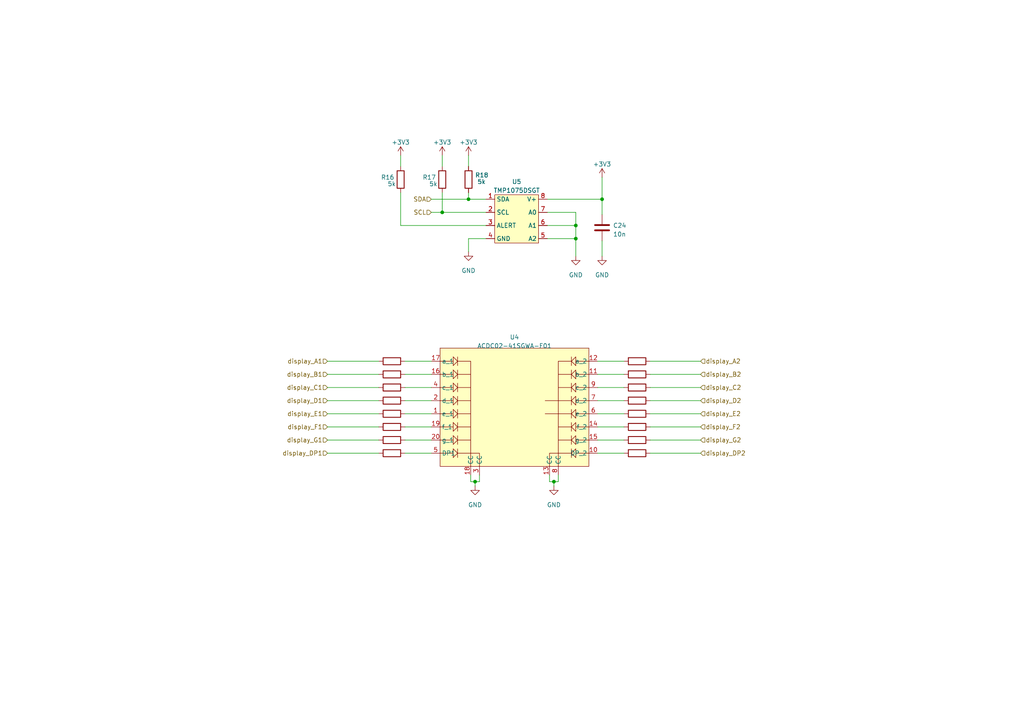
<source format=kicad_sch>
(kicad_sch (version 20230121) (generator eeschema)
  (paper "A4")
  (lib_symbols
    (symbol "Device:C" (pin_numbers hide) (pin_names (offset 0.254))
      (property "Reference" "C" (at 0.635 2.54 0))
      (property "Value" "C" (at 0.635 -2.54 0))
      (symbol "C_0_1"
        (polyline (pts (xy -2.032 -0.762) (xy 2.032 -0.762)) (stroke (width 0.508)))
        (polyline (pts (xy -2.032 0.762) (xy 2.032 0.762)) (stroke (width 0.508)))
      )
      (symbol "C_1_1"
        (pin passive line (at 0 3.81 270) (length 2.794) (name "~") (number "1"))
        (pin passive line (at 0 -3.81 90) (length 2.794) (name "~") (number "2"))
      )
    )
    (symbol "Device:R" (pin_numbers hide) (pin_names (offset 0))
      (property "Reference" "R" (at 2.032 0 90))
      (property "Value" "R" (at 0 0 90))
      (symbol "R_0_1"
        (rectangle (start -1.016 -2.54) (end 1.016 2.54) (stroke (width 0.254)))
      )
      (symbol "R_1_1"
        (pin passive line (at 0 3.81 270) (length 1.27) (name "~") (number "1"))
        (pin passive line (at 0 -3.81 90) (length 1.27) (name "~") (number "2"))
      )
    )
    (symbol "User_Symbol:Double_7_Digit_display"
      (property "Reference" "U" (at -20.32 -24.13 0))
      (property "Value" "ACDC02-41SGWA-F01" (at -10.16 -26.67 0))
      (symbol "Double_7_Digit_display_0_1"
        (rectangle (start -21.59 16.51) (end 21.59 -17.78) (fill (type background)))
        (polyline (pts (xy -21.59 -13.97) (xy -17.78 -13.97)))
        (polyline (pts (xy -21.59 -10.16) (xy -17.78 -10.16)))
        (polyline (pts (xy -21.59 -6.35) (xy -17.78 -6.35)))
        (polyline (pts (xy -21.59 -2.54) (xy -17.78 -2.54)))
        (polyline (pts (xy -21.59 1.27) (xy -17.78 1.27)))
        (polyline (pts (xy -21.59 5.08) (xy -17.78 5.08)))
        (polyline (pts (xy -21.59 8.89) (xy -17.78 8.89)))
        (polyline (pts (xy -21.59 12.7) (xy -17.78 12.7)))
        (polyline (pts (xy -16.51 -12.7) (xy -16.51 -15.24)))
        (polyline (pts (xy -16.51 -10.16) (xy -12.7 -10.16)))
        (polyline (pts (xy -16.51 -8.89) (xy -16.51 -11.43)))
        (polyline (pts (xy -16.51 -6.35) (xy -12.7 -6.35)))
        (polyline (pts (xy -16.51 -5.08) (xy -16.51 -7.62)))
        (polyline (pts (xy -16.51 -2.54) (xy -12.7 -2.54)))
        (polyline (pts (xy -16.51 -1.27) (xy -16.51 -3.81)))
        (polyline (pts (xy -16.51 1.27) (xy -12.7 1.27)))
        (polyline (pts (xy -16.51 2.54) (xy -16.51 0)))
        (polyline (pts (xy -16.51 5.08) (xy -12.7 5.08)))
        (polyline (pts (xy -16.51 6.35) (xy -16.51 3.81)))
        (polyline (pts (xy -16.51 8.89) (xy -12.7 8.89)))
        (polyline (pts (xy -16.51 10.16) (xy -16.51 7.62)))
        (polyline (pts (xy -16.51 13.97) (xy -16.51 11.43)))
        (polyline (pts (xy 8.89 -2.54) (xy 12.7 -2.54)))
        (polyline (pts (xy 8.89 1.27) (xy 12.7 1.27)))
        (polyline (pts (xy 12.7 -17.78) (xy 12.7 -13.97)))
        (polyline (pts (xy 16.51 -15.24) (xy 16.51 -12.7)))
        (polyline (pts (xy 16.51 -11.43) (xy 16.51 -8.89)))
        (polyline (pts (xy 16.51 -10.16) (xy 12.7 -10.16)))
        (polyline (pts (xy 16.51 -7.62) (xy 16.51 -5.08)))
        (polyline (pts (xy 16.51 -6.35) (xy 12.7 -6.35)))
        (polyline (pts (xy 16.51 -3.81) (xy 16.51 -1.27)))
        (polyline (pts (xy 16.51 -2.54) (xy 12.7 -2.54)))
        (polyline (pts (xy 16.51 0) (xy 16.51 2.54)))
        (polyline (pts (xy 16.51 1.27) (xy 12.7 1.27)))
        (polyline (pts (xy 16.51 3.81) (xy 16.51 6.35)))
        (polyline (pts (xy 16.51 5.08) (xy 12.7 5.08)))
        (polyline (pts (xy 16.51 7.62) (xy 16.51 10.16)))
        (polyline (pts (xy 16.51 8.89) (xy 12.7 8.89)))
        (polyline (pts (xy 16.51 11.43) (xy 16.51 13.97)))
        (polyline (pts (xy 21.59 -13.97) (xy 17.78 -13.97)))
        (polyline (pts (xy 21.59 -10.16) (xy 17.78 -10.16)))
        (polyline (pts (xy 21.59 -6.35) (xy 17.78 -6.35)))
        (polyline (pts (xy 21.59 -2.54) (xy 17.78 -2.54)))
        (polyline (pts (xy 21.59 1.27) (xy 17.78 1.27)))
        (polyline (pts (xy 21.59 5.08) (xy 17.78 5.08)))
        (polyline (pts (xy 21.59 8.89) (xy 17.78 8.89)))
        (polyline (pts (xy 21.59 12.7) (xy 17.78 12.7)))
        (polyline (pts (xy -16.51 12.7) (xy -12.7 12.7) (xy -12.7 -5.08)))
        (polyline (pts (xy -12.7 -5.08) (xy -12.7 -13.97) (xy -16.51 -13.97)))
        (polyline (pts (xy 12.7 -13.97) (xy 10.16 -13.97) (xy 10.16 -17.78)))
        (polyline (pts (xy 12.7 3.81) (xy 12.7 12.7) (xy 16.51 12.7)))
        (polyline (pts (xy 16.51 -13.97) (xy 12.7 -13.97) (xy 12.7 3.81)))
        (polyline (pts (xy -17.78 -12.7) (xy -17.78 -15.24) (xy -16.51 -13.97) (xy -17.78 -12.7)))
        (polyline (pts (xy -17.78 -8.89) (xy -17.78 -11.43) (xy -16.51 -10.16) (xy -17.78 -8.89)))
        (polyline (pts (xy -17.78 -5.08) (xy -17.78 -7.62) (xy -16.51 -6.35) (xy -17.78 -5.08)))
        (polyline (pts (xy -17.78 -1.27) (xy -17.78 -3.81) (xy -16.51 -2.54) (xy -17.78 -1.27)))
        (polyline (pts (xy -17.78 2.54) (xy -17.78 0) (xy -16.51 1.27) (xy -17.78 2.54)))
        (polyline (pts (xy -17.78 6.35) (xy -17.78 3.81) (xy -16.51 5.08) (xy -17.78 6.35)))
        (polyline (pts (xy -17.78 10.16) (xy -17.78 7.62) (xy -16.51 8.89) (xy -17.78 10.16)))
        (polyline (pts (xy -17.78 13.97) (xy -17.78 11.43) (xy -16.51 12.7) (xy -17.78 13.97)))
        (polyline (pts (xy -12.7 -17.78) (xy -12.7 -13.97) (xy -10.16 -13.97) (xy -10.16 -17.78)))
        (polyline (pts (xy 17.78 -15.24) (xy 17.78 -12.7) (xy 16.51 -13.97) (xy 17.78 -15.24)))
        (polyline (pts (xy 17.78 -11.43) (xy 17.78 -8.89) (xy 16.51 -10.16) (xy 17.78 -11.43)))
        (polyline (pts (xy 17.78 -7.62) (xy 17.78 -5.08) (xy 16.51 -6.35) (xy 17.78 -7.62)))
        (polyline (pts (xy 17.78 -3.81) (xy 17.78 -1.27) (xy 16.51 -2.54) (xy 17.78 -3.81)))
        (polyline (pts (xy 17.78 0) (xy 17.78 2.54) (xy 16.51 1.27) (xy 17.78 0)))
        (polyline (pts (xy 17.78 3.81) (xy 17.78 6.35) (xy 16.51 5.08) (xy 17.78 3.81)))
        (polyline (pts (xy 17.78 7.62) (xy 17.78 10.16) (xy 16.51 8.89) (xy 17.78 7.62)))
        (polyline (pts (xy 17.78 11.43) (xy 17.78 13.97) (xy 16.51 12.7) (xy 17.78 11.43)))
      )
      (symbol "Double_7_Digit_display_1_1"
        (pin input line (at -24.13 -2.54 0) (length 2.54) (name "e_1") (number "1"))
        (pin input line (at 24.13 -13.97 180) (length 2.54) (name "DP_2") (number "10"))
        (pin input line (at 24.13 8.89 180) (length 2.54) (name "b_2") (number "11"))
        (pin input line (at 24.13 12.7 180) (length 2.54) (name "a_2") (number "12"))
        (pin input line (at 10.16 -20.32 90) (length 2.54) (name "CC") (number "13"))
        (pin input line (at 24.13 -6.35 180) (length 2.54) (name "f_2") (number "14"))
        (pin input line (at 24.13 -10.16 180) (length 2.54) (name "g_2") (number "15"))
        (pin input line (at -24.13 8.89 0) (length 2.54) (name "b_1") (number "16"))
        (pin input line (at -24.13 12.7 0) (length 2.54) (name "a_1") (number "17"))
        (pin input line (at -12.7 -20.32 90) (length 2.54) (name "CC") (number "18"))
        (pin input line (at -24.13 -6.35 0) (length 2.54) (name "f_1") (number "19"))
        (pin input line (at -24.13 1.27 0) (length 2.54) (name "d_1") (number "2"))
        (pin input line (at -24.13 -10.16 0) (length 2.54) (name "g_1") (number "20"))
        (pin input line (at -10.16 -20.32 90) (length 2.54) (name "CC") (number "3"))
        (pin input line (at -24.13 5.08 0) (length 2.54) (name "c_1") (number "4"))
        (pin input line (at -24.13 -13.97 0) (length 2.54) (name "DP1") (number "5"))
        (pin input line (at 24.13 -2.54 180) (length 2.54) (name "e_2") (number "6"))
        (pin input line (at 24.13 1.27 180) (length 2.54) (name "d_2") (number "7"))
        (pin input line (at 12.7 -20.32 90) (length 2.54) (name "CC") (number "8"))
        (pin input line (at 24.13 5.08 180) (length 2.54) (name "c_2") (number "9"))
      )
    )
    (symbol "User_Symbol:TMP1075DSGT"
      (property "Reference" "U" (at 0 -8.89 0))
      (property "Value" "TMP1075DSGT" (at 0 -11.43 0))
      (symbol "TMP1075DSGT_0_1"
        (rectangle (start -6.35 6.35) (end 6.35 -7.62) (fill (type background)))
      )
      (symbol "TMP1075DSGT_1_1"
        (pin bidirectional line (at -8.89 5.08 0) (length 2.54) (name "SDA") (number "1"))
        (pin bidirectional line (at -8.89 1.27 0) (length 2.54) (name "SCL") (number "2"))
        (pin output line (at -8.89 -2.54 0) (length 2.54) (name "ALERT") (number "3"))
        (pin power_in line (at -8.89 -6.35 0) (length 2.54) (name "GND") (number "4"))
        (pin input line (at 8.89 -6.35 180) (length 2.54) (name "A2") (number "5"))
        (pin input line (at 8.89 -2.54 180) (length 2.54) (name "A1") (number "6"))
        (pin input line (at 8.89 1.27 180) (length 2.54) (name "A0") (number "7"))
        (pin power_in line (at 8.89 5.08 180) (length 2.54) (name "V+") (number "8"))
      )
    )
    (symbol "power:+3V3" (power) (pin_names (offset 0))
      (property "Value" "+3V3" (at 0 3.556 0))
      (symbol "+3V3_0_1"
        (polyline (pts (xy -0.762 1.27) (xy 0 2.54)))
        (polyline (pts (xy 0 0) (xy 0 2.54)))
        (polyline (pts (xy 0 2.54) (xy 0.762 1.27)))
      )
      (symbol "+3V3_1_1"
        (pin power_in line (at 0 0 90) (length 0) hide (name "+3V3") (number "1"))
      )
    )
    (symbol "power:GND" (power) (pin_names (offset 0))
      (property "Value" "GND" (at 0 -3.81 0))
      (symbol "GND_0_1"
        (polyline (pts (xy 0 0) (xy 0 -1.27) (xy 1.27 -1.27) (xy 0 -2.54) (xy -1.27 -1.27) (xy 0 -1.27)))
      )
      (symbol "GND_1_1"
        (pin power_in line (at 0 0 270) (length 0) hide (name "GND") (number "1"))
      )
    )
  )
  (junction (at 167.005 65.405))
  (junction (at 128.27 61.595))
  (junction (at 135.89 57.785))
  (junction (at 167.005 69.215))
  (junction (at 137.795 139.7))
  (junction (at 174.625 57.785))
  (junction (at 160.655 139.7))
  (wire (pts (xy 135.89 73.025) (xy 135.89 69.215)))
  (wire (pts (xy 136.525 139.7) (xy 137.795 139.7)))
  (wire (pts (xy 188.595 116.205) (xy 203.2 116.205)))
  (wire (pts (xy 135.89 45.085) (xy 135.89 48.26)))
  (wire (pts (xy 161.925 139.7) (xy 161.925 137.795)))
  (wire (pts (xy 173.355 112.395) (xy 180.975 112.395)))
  (wire (pts (xy 137.795 139.7) (xy 139.065 139.7)))
  (wire (pts (xy 158.75 61.595) (xy 167.005 61.595)))
  (wire (pts (xy 173.355 116.205) (xy 180.975 116.205)))
  (wire (pts (xy 139.065 139.7) (xy 139.065 137.795)))
  (wire (pts (xy 116.205 55.88) (xy 116.205 65.405)))
  (wire (pts (xy 173.355 104.775) (xy 180.975 104.775)))
  (wire (pts (xy 167.005 69.215) (xy 167.005 74.295)))
  (wire (pts (xy 135.89 57.785) (xy 140.97 57.785)))
  (wire (pts (xy 158.75 65.405) (xy 167.005 65.405)))
  (wire (pts (xy 125.095 57.785) (xy 135.89 57.785)))
  (wire (pts (xy 125.095 61.595) (xy 128.27 61.595)))
  (wire (pts (xy 188.595 123.825) (xy 203.2 123.825)))
  (wire (pts (xy 116.205 65.405) (xy 140.97 65.405)))
  (wire (pts (xy 94.996 123.825) (xy 109.855 123.825)))
  (wire (pts (xy 167.005 65.405) (xy 167.005 69.215)))
  (wire (pts (xy 160.655 139.7) (xy 160.655 140.97)))
  (wire (pts (xy 128.27 45.085) (xy 128.27 48.26)))
  (wire (pts (xy 173.355 127.635) (xy 180.975 127.635)))
  (wire (pts (xy 159.385 139.7) (xy 160.655 139.7)))
  (wire (pts (xy 135.89 69.215) (xy 140.97 69.215)))
  (wire (pts (xy 188.595 108.585) (xy 203.2 108.585)))
  (wire (pts (xy 160.655 139.7) (xy 161.925 139.7)))
  (wire (pts (xy 128.27 55.88) (xy 128.27 61.595)))
  (wire (pts (xy 167.005 61.595) (xy 167.005 65.405)))
  (wire (pts (xy 173.355 131.445) (xy 180.975 131.445)))
  (wire (pts (xy 159.385 137.795) (xy 159.385 139.7)))
  (wire (pts (xy 94.996 131.445) (xy 109.855 131.445)))
  (wire (pts (xy 135.89 55.88) (xy 135.89 57.785)))
  (wire (pts (xy 117.475 116.205) (xy 125.095 116.205)))
  (wire (pts (xy 173.355 120.015) (xy 180.975 120.015)))
  (wire (pts (xy 94.996 127.635) (xy 109.855 127.635)))
  (wire (pts (xy 158.75 69.215) (xy 167.005 69.215)))
  (wire (pts (xy 116.205 45.085) (xy 116.205 48.26)))
  (wire (pts (xy 117.475 123.825) (xy 125.095 123.825)))
  (wire (pts (xy 94.996 112.395) (xy 109.855 112.395)))
  (wire (pts (xy 174.625 69.85) (xy 174.625 74.295)))
  (wire (pts (xy 188.595 131.445) (xy 203.2 131.445)))
  (wire (pts (xy 188.595 104.775) (xy 203.2 104.775)))
  (wire (pts (xy 174.625 62.23) (xy 174.625 57.785)))
  (wire (pts (xy 117.475 104.775) (xy 125.095 104.775)))
  (wire (pts (xy 137.795 139.7) (xy 137.795 140.97)))
  (wire (pts (xy 173.355 123.825) (xy 180.975 123.825)))
  (wire (pts (xy 117.475 112.395) (xy 125.095 112.395)))
  (wire (pts (xy 117.475 108.585) (xy 125.095 108.585)))
  (wire (pts (xy 158.75 57.785) (xy 174.625 57.785)))
  (wire (pts (xy 94.996 104.775) (xy 109.855 104.775)))
  (wire (pts (xy 188.595 120.015) (xy 203.2 120.015)))
  (wire (pts (xy 117.475 127.635) (xy 125.095 127.635)))
  (wire (pts (xy 128.27 61.595) (xy 140.97 61.595)))
  (wire (pts (xy 94.996 120.015) (xy 109.855 120.015)))
  (wire (pts (xy 136.525 137.795) (xy 136.525 139.7)))
  (wire (pts (xy 173.355 108.585) (xy 180.975 108.585)))
  (wire (pts (xy 117.475 120.015) (xy 125.095 120.015)))
  (wire (pts (xy 94.996 108.585) (xy 109.855 108.585)))
  (wire (pts (xy 94.996 116.205) (xy 109.855 116.205)))
  (wire (pts (xy 188.595 127.635) (xy 203.2 127.635)))
  (wire (pts (xy 117.475 131.445) (xy 125.095 131.445)))
  (wire (pts (xy 188.595 112.395) (xy 203.2 112.395)))
  (wire (pts (xy 174.625 57.785) (xy 174.625 51.435)))
  (hierarchical_label "display_B2" (shape input) (at 203.2 108.585 0))
  (hierarchical_label "SDA" (shape input) (at 125.095 57.785 180))
  (hierarchical_label "display_F2" (shape input) (at 203.2 123.825 0))
  (hierarchical_label "display_D2" (shape input) (at 203.2 116.205 0))
  (hierarchical_label "display_B1" (shape input) (at 94.996 108.585 180))
  (hierarchical_label "display_E2" (shape input) (at 203.2 120.015 0))
  (hierarchical_label "display_G1" (shape input) (at 94.996 127.635 180))
  (hierarchical_label "SCL" (shape input) (at 125.095 61.595 180))
  (hierarchical_label "display_A1" (shape input) (at 94.996 104.775 180))
  (hierarchical_label "display_DP2" (shape input) (at 203.2 131.445 0))
  (hierarchical_label "display_DP1" (shape input) (at 94.996 131.445 180))
  (hierarchical_label "display_C2" (shape input) (at 203.2 112.395 0))
  (hierarchical_label "display_G2" (shape input) (at 203.2 127.635 0))
  (hierarchical_label "display_F1" (shape input) (at 94.996 123.825 180))
  (hierarchical_label "display_C1" (shape input) (at 94.996 112.395 180))
  (hierarchical_label "display_A2" (shape input) (at 203.2 104.775 0))
  (hierarchical_label "display_E1" (shape input) (at 94.996 120.015 180))
  (hierarchical_label "display_D1" (shape input) (at 94.996 116.205 180))
  (symbol (lib_id "Device:R") (at 135.89 52.07 180) (unit 1)
    (property "Reference" "R18" (at 137.795 50.8 0) (effects (justify right)))
    (property "Value" "5k" (at 138.43 52.705 0) (effects (justify right)))
    (property "Footprint" "Resistor_SMD:R_0603_1608Metric" (effects hide))
  )
  (symbol (lib_id "Device:R") (at 113.665 108.585 270) (unit 1)
    (property "Reference" "R28" (effects hide))
    (property "Value" "5k" (effects hide))
    (property "Footprint" "Resistor_SMD:R_0603_1608Metric" (effects hide))
  )
  (symbol (lib_id "power:+3V3") (at 174.625 51.435 0) (unit 1)
    (property "Reference" "#PWR050" (effects hide))
    (property "Value" "+3V3" (at 174.625 47.625 0))
  )
  (symbol (lib_id "Device:C") (at 174.625 66.04 0) (unit 1)
    (property "Reference" "C24" (at 177.8 65.405 0) (effects (justify left)))
    (property "Value" "10n" (at 177.8 67.945 0) (effects (justify left)))
    (property "Footprint" "Capacitor_SMD:C_0603_1608Metric" (effects hide))
  )
  (symbol (lib_id "Device:R") (at 116.205 52.07 180) (unit 1)
    (property "Reference" "R16" (at 110.49 51.435 0) (effects (justify right)))
    (property "Value" "5k" (at 112.395 53.34 0) (effects (justify right)))
    (property "Footprint" "Resistor_SMD:R_0603_1608Metric" (effects hide))
  )
  (symbol (lib_id "power:+3V3") (at 135.89 45.085 0) (unit 1)
    (property "Reference" "#PWR054" (effects hide))
    (property "Value" "+3V3" (at 135.89 41.275 0))
  )
  (symbol (lib_id "Device:R") (at 113.665 112.395 270) (unit 1)
    (property "Reference" "R29" (effects hide))
    (property "Value" "5k" (effects hide))
    (property "Footprint" "Resistor_SMD:R_0603_1608Metric" (effects hide))
  )
  (symbol (lib_id "Device:R") (at 184.785 120.015 270) (unit 1)
    (property "Reference" "R23" (effects hide))
    (property "Value" "5k" (effects hide))
    (property "Footprint" "Resistor_SMD:R_0603_1608Metric" (effects hide))
  )
  (symbol (lib_id "Device:R") (at 128.27 52.07 180) (unit 1)
    (property "Reference" "R17" (at 122.555 51.435 0) (effects (justify right)))
    (property "Value" "5k" (at 124.46 53.34 0) (effects (justify right)))
    (property "Footprint" "Resistor_SMD:R_0603_1608Metric" (effects hide))
  )
  (symbol (lib_id "Device:R") (at 113.665 104.775 270) (unit 1)
    (property "Reference" "R27" (effects hide))
    (property "Value" "5k" (effects hide))
    (property "Footprint" "Resistor_SMD:R_0603_1608Metric" (effects hide))
  )
  (symbol (lib_id "power:GND") (at 137.795 140.97 0) (unit 1)
    (property "Reference" "#PWR039" (effects hide))
    (property "Value" "GND" (at 137.795 146.431 0))
  )
  (symbol (lib_id "Device:R") (at 113.665 123.825 270) (unit 1)
    (property "Reference" "R32" (effects hide))
    (property "Value" "5k" (effects hide))
    (property "Footprint" "Resistor_SMD:R_0603_1608Metric" (effects hide))
  )
  (symbol (lib_id "Device:R") (at 184.785 123.825 270) (unit 1)
    (property "Reference" "R24" (effects hide))
    (property "Value" "5k" (effects hide))
    (property "Footprint" "Resistor_SMD:R_0603_1608Metric" (effects hide))
  )
  (symbol (lib_id "Device:R") (at 184.785 108.585 270) (unit 1)
    (property "Reference" "R20" (effects hide))
    (property "Value" "5k" (effects hide))
    (property "Footprint" "Resistor_SMD:R_0603_1608Metric" (effects hide))
  )
  (symbol (lib_id "Device:R") (at 113.665 127.635 270) (unit 1)
    (property "Reference" "R33" (effects hide))
    (property "Value" "5k" (effects hide))
    (property "Footprint" "Resistor_SMD:R_0603_1608Metric" (effects hide))
  )
  (symbol (lib_id "User_Symbol:Double_7_Digit_display") (at 149.225 117.475 0) (unit 1)
    (property "Reference" "U4" (at 149.225 97.79 0))
    (property "Value" "ACDC02-41SGWA-F01" (at 149.225 100.33 0))
    (property "Footprint" "User_Footprint:7DIG_ACDC02-41SGWA-F01" (effects hide))
    (property "Datasheet" "https://eu.mouser.com/datasheet/2/216/ACDC02_41SGWA_F01-3085157.pdf" (effects hide))
  )
  (symbol (lib_id "Device:R") (at 184.785 104.775 270) (unit 1)
    (property "Reference" "R19" (effects hide))
    (property "Value" "5k" (effects hide))
    (property "Footprint" "Resistor_SMD:R_0603_1608Metric" (effects hide))
  )
  (symbol (lib_id "User_Symbol:TMP1075DSGT") (at 149.86 62.865 0) (unit 1)
    (property "Reference" "U5" (at 149.86 52.705 0))
    (property "Value" "TMP1075DSGT" (at 149.86 55.245 0))
    (property "Footprint" "Package_SON:WSON-8-1EP_2x2mm_P0.5mm_EP0.9x1.6mm" (effects hide))
    (property "Datasheet" "https://www.ti.com/lit/ds/symlink/tmp1075.pdf?HQS=dis-mous-null-mousermode-dsf-pf-null-wwe&ts=1680526291677&ref_url=https%253A%252F%252Fwww.mouser.ch%252F" (effects hide))
  )
  (symbol (lib_id "power:+3V3") (at 116.205 45.085 0) (unit 1)
    (property "Reference" "#PWR052" (effects hide))
    (property "Value" "+3V3" (at 116.205 41.275 0))
  )
  (symbol (lib_id "Device:R") (at 184.785 127.635 270) (unit 1)
    (property "Reference" "R25" (effects hide))
    (property "Value" "5k" (effects hide))
    (property "Footprint" "Resistor_SMD:R_0603_1608Metric" (effects hide))
  )
  (symbol (lib_id "Device:R") (at 184.785 116.205 270) (unit 1)
    (property "Reference" "R22" (effects hide))
    (property "Value" "5k" (effects hide))
    (property "Footprint" "Resistor_SMD:R_0603_1608Metric" (effects hide))
  )
  (symbol (lib_id "power:GND") (at 135.89 73.025 0) (unit 1)
    (property "Reference" "#PWR049" (effects hide))
    (property "Value" "GND" (at 135.89 78.486 0))
  )
  (symbol (lib_id "Device:R") (at 113.665 131.445 270) (unit 1)
    (property "Reference" "R34" (effects hide))
    (property "Value" "5k" (effects hide))
    (property "Footprint" "Resistor_SMD:R_0603_1608Metric" (effects hide))
  )
  (symbol (lib_id "power:GND") (at 167.005 74.295 0) (unit 1)
    (property "Reference" "#PWR051" (effects hide))
    (property "Value" "GND" (at 167.005 79.756 0))
  )
  (symbol (lib_id "Device:R") (at 184.785 131.445 270) (unit 1)
    (property "Reference" "R26" (effects hide))
    (property "Value" "5k" (effects hide))
    (property "Footprint" "Resistor_SMD:R_0603_1608Metric" (effects hide))
  )
  (symbol (lib_id "Device:R") (at 113.665 116.205 270) (unit 1)
    (property "Reference" "R30" (effects hide))
    (property "Value" "5k" (effects hide))
    (property "Footprint" "Resistor_SMD:R_0603_1608Metric" (effects hide))
  )
  (symbol (lib_id "power:+3V3") (at 128.27 45.085 0) (unit 1)
    (property "Reference" "#PWR053" (effects hide))
    (property "Value" "+3V3" (at 128.27 41.275 0))
  )
  (symbol (lib_id "power:GND") (at 160.655 140.97 0) (unit 1)
    (property "Reference" "#PWR056" (effects hide))
    (property "Value" "GND" (at 160.655 146.431 0))
  )
  (symbol (lib_id "Device:R") (at 113.665 120.015 270) (unit 1)
    (property "Reference" "R31" (effects hide))
    (property "Value" "5k" (effects hide))
    (property "Footprint" "Resistor_SMD:R_0603_1608Metric" (effects hide))
  )
  (symbol (lib_id "power:GND") (at 174.625 74.295 0) (unit 1)
    (property "Reference" "#PWR055" (effects hide))
    (property "Value" "GND" (at 174.625 79.756 0))
  )
  (symbol (lib_id "Device:R") (at 184.785 112.395 270) (unit 1)
    (property "Reference" "R21" (effects hide))
    (property "Value" "5k" (effects hide))
    (property "Footprint" "Resistor_SMD:R_0603_1608Metric" (effects hide))
  )
)
</source>
